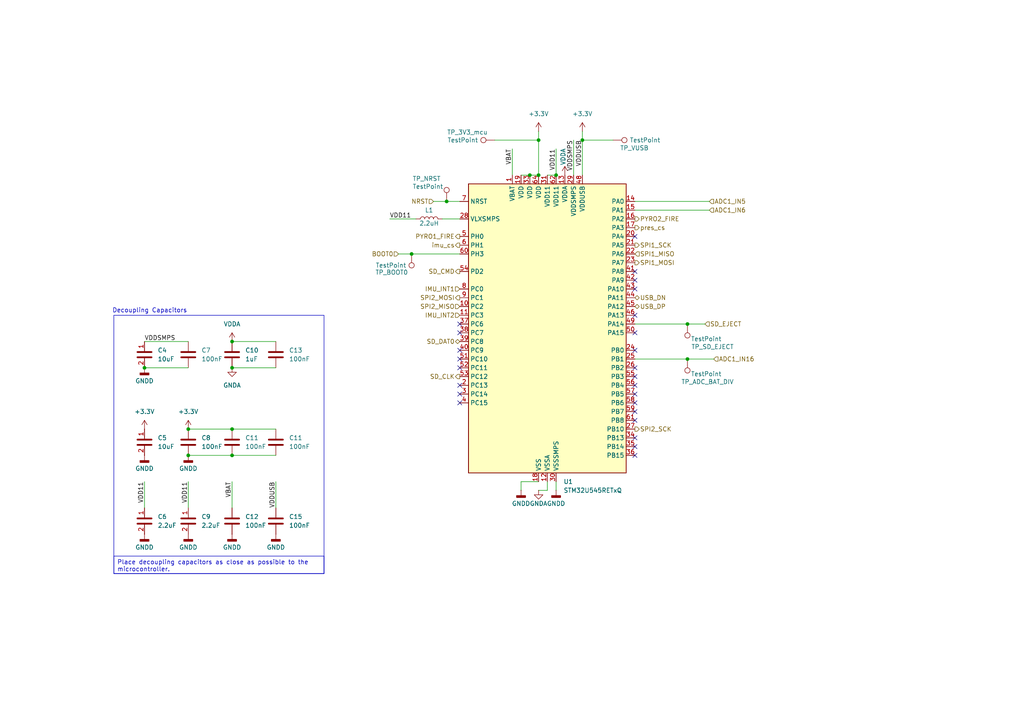
<source format=kicad_sch>
(kicad_sch (version 20250114) (generator "eeschema") (generator_version "9.0")
  (paper "A4")
  (title_block (title "Ride-Along Module") (date "2025-04-10") (rev "1") (company "Rowan Rocketry"))
  (lib_symbols
    (symbol "C_1" (pin_names (offset 0.254))
      (property "Reference" "C" (at 0.635 2.54 0))
      (property "Value" "C" (at 0.635 -2.54 0))
      (symbol "C_1_0_1"
        (polyline (pts (xy -2.032 0.762) (xy 2.032 0.762)) (stroke (width 0.508)))
        (polyline (pts (xy -2.032 -0.762) (xy 2.032 -0.762)) (stroke (width 0.508)))
      )
      (symbol "C_1_1_1"
        (pin passive line (at 0 3.81 270) (length 2.794) (name "~") (number "1"))
        (pin passive line (at 0 -3.81 90) (length 2.794) (name "~") (number "2"))
      )
    )
    (symbol "C_2" (pin_names (offset 0.254))
      (property "Reference" "C" (at 0.635 2.54 0))
      (property "Value" "C" (at 0.635 -2.54 0))
      (symbol "C_2_0_1"
        (polyline (pts (xy -2.032 0.762) (xy 2.032 0.762)) (stroke (width 0.508)))
        (polyline (pts (xy -2.032 -0.762) (xy 2.032 -0.762)) (stroke (width 0.508)))
      )
      (symbol "C_2_1_1"
        (pin passive line (at 0 3.81 270) (length 2.794) (name "~") (number "1"))
        (pin passive line (at 0 -3.81 90) (length 2.794) (name "~") (number "2"))
      )
    )
    (symbol "C_3" (pin_names (offset 0.254))
      (property "Reference" "C" (at 0.635 2.54 0))
      (property "Value" "C" (at 0.635 -2.54 0))
      (symbol "C_3_0_1"
        (polyline (pts (xy -2.032 0.762) (xy 2.032 0.762)) (stroke (width 0.508)))
        (polyline (pts (xy -2.032 -0.762) (xy 2.032 -0.762)) (stroke (width 0.508)))
      )
      (symbol "C_3_1_1"
        (pin passive line (at 0 3.81 270) (length 2.794) (name "~") (number "1"))
        (pin passive line (at 0 -3.81 90) (length 2.794) (name "~") (number "2"))
      )
    )
    (symbol "C_4" (pin_names (offset 0.254))
      (property "Reference" "C" (at 0.635 2.54 0))
      (property "Value" "C" (at 0.635 -2.54 0))
      (symbol "C_4_0_1"
        (polyline (pts (xy -2.032 0.762) (xy 2.032 0.762)) (stroke (width 0.508)))
        (polyline (pts (xy -2.032 -0.762) (xy 2.032 -0.762)) (stroke (width 0.508)))
      )
      (symbol "C_4_1_1"
        (pin passive line (at 0 3.81 270) (length 2.794) (name "~") (number "1"))
        (pin passive line (at 0 -3.81 90) (length 2.794) (name "~") (number "2"))
      )
    )
    (symbol "Connector:TestPoint" (pin_numbers (hide yes)) (pin_names (offset 0.762) (hide yes))
      (property "Reference" "TP" (at 0 6.858 0))
      (property "Value" "TestPoint" (at 0 5.08 0))
      (symbol "TestPoint_0_1"
        (circle (center 0 3.302) (radius 0.762))
      )
      (symbol "TestPoint_1_1"
        (pin passive line (at 0 0 90) (length 2.54) (name "1") (number "1"))
      )
    )
    (symbol "Device:C" (pin_numbers (hide yes)) (pin_names (offset 0.254))
      (property "Reference" "C" (at 0.635 2.54 0))
      (property "Value" "C" (at 0.635 -2.54 0))
      (symbol "C_0_1"
        (polyline (pts (xy -2.032 0.762) (xy 2.032 0.762)) (stroke (width 0.508)))
        (polyline (pts (xy -2.032 -0.762) (xy 2.032 -0.762)) (stroke (width 0.508)))
      )
      (symbol "C_1_1"
        (pin passive line (at 0 3.81 270) (length 2.794) (name "~") (number "1"))
        (pin passive line (at 0 -3.81 90) (length 2.794) (name "~") (number "2"))
      )
    )
    (symbol "Device:L" (pin_numbers (hide yes)) (pin_names (offset 1.016) (hide yes))
      (property "Reference" "L" (at -1.27 0 90))
      (property "Value" "L" (at 1.905 0 90))
      (symbol "L_0_1"
        (arc (start 0 2.54) (mid 0.6323 1.905) (end 0 1.27))
        (arc (start 0 1.27) (mid 0.6323 0.635) (end 0 0))
        (arc (start 0 0) (mid 0.6323 -0.635) (end 0 -1.27))
        (arc (start 0 -1.27) (mid 0.6323 -1.905) (end 0 -2.54))
      )
      (symbol "L_1_1"
        (pin passive line (at 0 3.81 270) (length 1.27) (name "1") (number "1"))
        (pin passive line (at 0 -3.81 90) (length 1.27) (name "2") (number "2"))
      )
    )
    (symbol "MCU_ST_STM32U5:STM32U545RETxQ"
      (property "Reference" "U" (at -22.86 44.45 0))
      (property "Value" "STM32U545RETxQ" (at 12.7 44.45 0))
      (symbol "STM32U545RETxQ_0_1"
        (rectangle (start -22.86 -40.64) (end 22.86 43.18) (stroke (width 0.254)) (fill (type background)))
      )
      (symbol "STM32U545RETxQ_1_1"
        (pin input line (at -25.4 38.1 0) (length 2.54) (name "NRST") (number "7"))
        (pin power_in line (at -25.4 33.02 0) (length 2.54) (name "VLXSMPS") (number "28"))
        (pin bidirectional line (at -25.4 27.94 0) (length 2.54) (name "PH0") (number "5"))
        (pin bidirectional line (at -25.4 25.4 0) (length 2.54) (name "PH1") (number "6"))
        (pin bidirectional line (at -25.4 22.86 0) (length 2.54) (name "PH3") (number "60"))
        (pin bidirectional line (at -25.4 17.78 0) (length 2.54) (name "PD2") (number "54"))
        (pin bidirectional line (at -25.4 12.7 0) (length 2.54) (name "PC0") (number "8"))
        (pin bidirectional line (at -25.4 10.16 0) (length 2.54) (name "PC1") (number "9"))
        (pin bidirectional line (at -25.4 7.62 0) (length 2.54) (name "PC2") (number "10"))
        (pin bidirectional line (at -25.4 5.08 0) (length 2.54) (name "PC3") (number "11"))
        (pin bidirectional line (at -25.4 2.54 0) (length 2.54) (name "PC6") (number "37"))
        (pin bidirectional line (at -25.4 0 0) (length 2.54) (name "PC7") (number "38"))
        (pin bidirectional line (at -25.4 -2.54 0) (length 2.54) (name "PC8") (number "39"))
        (pin bidirectional line (at -25.4 -5.08 0) (length 2.54) (name "PC9") (number "40"))
        (pin bidirectional line (at -25.4 -7.62 0) (length 2.54) (name "PC10") (number "51"))
        (pin bidirectional line (at -25.4 -10.16 0) (length 2.54) (name "PC11") (number "52"))
        (pin bidirectional line (at -25.4 -12.7 0) (length 2.54) (name "PC12") (number "53"))
        (pin bidirectional line (at -25.4 -15.24 0) (length 2.54) (name "PC13") (number "2"))
        (pin bidirectional line (at -25.4 -17.78 0) (length 2.54) (name "PC14") (number "3"))
        (pin bidirectional line (at -25.4 -20.32 0) (length 2.54) (name "PC15") (number "4"))
        (pin power_in line (at -10.16 45.72 270) (length 2.54) (name "VBAT") (number "1"))
        (pin power_in line (at -7.62 45.72 270) (length 2.54) (name "VDD") (number "19"))
        (pin power_in line (at -5.08 45.72 270) (length 2.54) (name "VDD") (number "33"))
        (pin power_in line (at -2.54 45.72 270) (length 2.54) (name "VDD") (number "64"))
        (pin power_in line (at -2.54 -43.18 90) (length 2.54) (name "VSS") (number "18"))
        (pin passive line (at -2.54 -43.18 90) (length 2.54) (hide yes) (name "VSS") (number "32"))
        (pin passive line (at -2.54 -43.18 90) (length 2.54) (hide yes) (name "VSS") (number "47"))
        (pin passive line (at -2.54 -43.18 90) (length 2.54) (hide yes) (name "VSS") (number "63"))
        (pin power_in line (at 0 45.72 270) (length 2.54) (name "VDD11") (number "31"))
        (pin power_in line (at 0 -43.18 90) (length 2.54) (name "VSSA") (number "12"))
        (pin power_in line (at 2.54 45.72 270) (length 2.54) (name "VDD11") (number "62"))
        (pin power_in line (at 2.54 -43.18 90) (length 2.54) (name "VSSSMPS") (number "30"))
        (pin power_in line (at 5.08 45.72 270) (length 2.54) (name "VDDA") (number "13"))
        (pin power_in line (at 7.62 45.72 270) (length 2.54) (name "VDDSMPS") (number "29"))
        (pin power_in line (at 10.16 45.72 270) (length 2.54) (name "VDDUSB") (number "48"))
        (pin bidirectional line (at 25.4 38.1 180) (length 2.54) (name "PA0") (number "14"))
        (pin bidirectional line (at 25.4 35.56 180) (length 2.54) (name "PA1") (number "15"))
        (pin bidirectional line (at 25.4 33.02 180) (length 2.54) (name "PA2") (number "16"))
        (pin bidirectional line (at 25.4 30.48 180) (length 2.54) (name "PA3") (number "17"))
        (pin bidirectional line (at 25.4 27.94 180) (length 2.54) (name "PA4") (number "20"))
        (pin bidirectional line (at 25.4 25.4 180) (length 2.54) (name "PA5") (number "21"))
        (pin bidirectional line (at 25.4 22.86 180) (length 2.54) (name "PA6") (number "22"))
        (pin bidirectional line (at 25.4 20.32 180) (length 2.54) (name "PA7") (number "23"))
        (pin bidirectional line (at 25.4 17.78 180) (length 2.54) (name "PA8") (number "41"))
        (pin bidirectional line (at 25.4 15.24 180) (length 2.54) (name "PA9") (number "42"))
        (pin bidirectional line (at 25.4 12.7 180) (length 2.54) (name "PA10") (number "43"))
        (pin bidirectional line (at 25.4 10.16 180) (length 2.54) (name "PA11") (number "44"))
        (pin bidirectional line (at 25.4 7.62 180) (length 2.54) (name "PA12") (number "45"))
        (pin bidirectional line (at 25.4 5.08 180) (length 2.54) (name "PA13") (number "46"))
        (pin bidirectional line (at 25.4 2.54 180) (length 2.54) (name "PA14") (number "49"))
        (pin bidirectional line (at 25.4 0 180) (length 2.54) (name "PA15") (number "50"))
        (pin bidirectional line (at 25.4 -5.08 180) (length 2.54) (name "PB0") (number "24"))
        (pin bidirectional line (at 25.4 -7.62 180) (length 2.54) (name "PB1") (number "25"))
        (pin bidirectional line (at 25.4 -10.16 180) (length 2.54) (name "PB2") (number "26"))
        (pin bidirectional line (at 25.4 -12.7 180) (length 2.54) (name "PB3") (number "55"))
        (pin bidirectional line (at 25.4 -15.24 180) (length 2.54) (name "PB4") (number "56"))
        (pin bidirectional line (at 25.4 -17.78 180) (length 2.54) (name "PB5") (number "57"))
        (pin bidirectional line (at 25.4 -20.32 180) (length 2.54) (name "PB6") (number "58"))
        (pin bidirectional line (at 25.4 -22.86 180) (length 2.54) (name "PB7") (number "59"))
        (pin bidirectional line (at 25.4 -25.4 180) (length 2.54) (name "PB8") (number "61"))
        (pin bidirectional line (at 25.4 -27.94 180) (length 2.54) (name "PB10") (number "27"))
        (pin bidirectional line (at 25.4 -30.48 180) (length 2.54) (name "PB13") (number "34"))
        (pin bidirectional line (at 25.4 -33.02 180) (length 2.54) (name "PB14") (number "35"))
        (pin bidirectional line (at 25.4 -35.56 180) (length 2.54) (name "PB15") (number "36"))
      )
    )
    (symbol "power:+3.3V" (power) (pin_numbers (hide yes)) (pin_names (offset 0) (hide yes))
      (property "Value" "+3.3V" (at 0 3.556 0))
      (symbol "+3.3V_0_1"
        (polyline (pts (xy -0.762 1.27) (xy 0 2.54)))
        (polyline (pts (xy 0 2.54) (xy 0.762 1.27)))
        (polyline (pts (xy 0 0) (xy 0 2.54)))
      )
      (symbol "+3.3V_1_1"
        (pin power_in line (at 0 0 90) (length 0) (name "~") (number "1"))
      )
    )
    (symbol "power:GNDA" (power) (pin_numbers (hide yes)) (pin_names (offset 0) (hide yes))
      (property "Value" "GNDA" (at 0 -3.81 0))
      (symbol "GNDA_0_1"
        (polyline (pts (xy 0 0) (xy 0 -1.27) (xy 1.27 -1.27) (xy 0 -2.54) (xy -1.27 -1.27) (xy 0 -1.27)))
      )
      (symbol "GNDA_1_1"
        (pin power_in line (at 0 0 270) (length 0) (name "~") (number "1"))
      )
    )
    (symbol "power:GNDD" (power) (pin_numbers (hide yes)) (pin_names (offset 0) (hide yes))
      (property "Value" "GNDD" (at 0 -3.175 0))
      (symbol "GNDD_0_1"
        (rectangle (start -1.27 -1.524) (end 1.27 -2.032) (stroke (width 0.254)) (fill (type outline)))
        (polyline (pts (xy 0 0) (xy 0 -1.524)))
      )
      (symbol "GNDD_1_1"
        (pin power_in line (at 0 0 270) (length 0) (name "~") (number "1"))
      )
    )
    (symbol "power:VDDA" (power) (pin_numbers (hide yes)) (pin_names (offset 0) (hide yes))
      (property "Value" "VDDA" (at 0 3.556 0))
      (symbol "VDDA_0_1"
        (polyline (pts (xy -0.762 1.27) (xy 0 2.54)))
        (polyline (pts (xy 0 2.54) (xy 0.762 1.27)))
        (polyline (pts (xy 0 0) (xy 0 2.54)))
      )
      (symbol "VDDA_1_1"
        (pin power_in line (at 0 0 90) (length 0) (name "~") (number "1"))
      )
    )
  )
  (rectangle (start 33.02 91.44) (end 93.98 166.37))
  (text "Decoupling Capacitors" (at 43.434 90.17 0) (effects (font (size 1.27 1.27))))
  (text_box "Place decoupling capacitors as close as possible to the microcontroller." (at 33.02 161.29 0) (size 60.96 5.08) (margins 0.9525 0.9525 0.9525 0.9525) (effects (font (size 1.27 1.27)) (justify left top)))
  (junction (at 199.39 104.14))
  (junction (at 156.21 50.8))
  (junction (at 67.31 106.68))
  (junction (at 161.29 50.8))
  (junction (at 54.61 132.08))
  (junction (at 41.91 106.68))
  (junction (at 54.61 124.46))
  (junction (at 67.31 132.08))
  (junction (at 156.21 40.64))
  (junction (at 199.39 93.98))
  (junction (at 119.38 73.66))
  (junction (at 129.54 58.42))
  (junction (at 168.91 40.64))
  (junction (at 67.31 124.46))
  (junction (at 153.67 50.8))
  (junction (at 67.31 99.06))
  (no_connect (at 184.15 127))
  (no_connect (at 133.35 101.6))
  (no_connect (at 184.15 106.68))
  (no_connect (at 184.15 111.76))
  (no_connect (at 184.15 96.52))
  (no_connect (at 184.15 83.82))
  (no_connect (at 133.35 106.68))
  (no_connect (at 184.15 132.08))
  (no_connect (at 133.35 111.76))
  (no_connect (at 184.15 91.44))
  (no_connect (at 184.15 116.84))
  (no_connect (at 184.15 129.54))
  (no_connect (at 184.15 68.58))
  (no_connect (at 184.15 121.92))
  (no_connect (at 184.15 101.6))
  (no_connect (at 133.35 116.84))
  (no_connect (at 133.35 114.3))
  (no_connect (at 184.15 81.28))
  (no_connect (at 184.15 114.3))
  (no_connect (at 184.15 119.38))
  (no_connect (at 133.35 96.52))
  (no_connect (at 184.15 109.22))
  (no_connect (at 133.35 104.14))
  (no_connect (at 133.35 93.98))
  (no_connect (at 184.15 78.74))
  (wire (pts (xy 41.91 139.7) (xy 41.91 147.32)))
  (wire (pts (xy 54.61 132.08) (xy 67.31 132.08)))
  (wire (pts (xy 168.91 40.64) (xy 177.8 40.64)))
  (wire (pts (xy 115.57 73.66) (xy 119.38 73.66)))
  (wire (pts (xy 41.91 106.68) (xy 54.61 106.68)))
  (wire (pts (xy 54.61 124.46) (xy 67.31 124.46)))
  (wire (pts (xy 204.47 93.98) (xy 199.39 93.98)))
  (wire (pts (xy 41.91 99.06) (xy 54.61 99.06)))
  (wire (pts (xy 113.03 63.5) (xy 120.65 63.5)))
  (wire (pts (xy 153.67 50.8) (xy 156.21 50.8)))
  (wire (pts (xy 199.39 93.98) (xy 184.15 93.98)))
  (wire (pts (xy 119.38 73.66) (xy 133.35 73.66)))
  (wire (pts (xy 166.37 40.64) (xy 166.37 50.8)))
  (wire (pts (xy 80.01 139.7) (xy 80.01 147.32)))
  (wire (pts (xy 161.29 43.18) (xy 161.29 50.8)))
  (wire (pts (xy 67.31 124.46) (xy 80.01 124.46)))
  (wire (pts (xy 156.21 142.24) (xy 158.75 142.24)))
  (wire (pts (xy 151.13 139.7) (xy 156.21 139.7)))
  (wire (pts (xy 168.91 40.64) (xy 168.91 50.8)))
  (wire (pts (xy 158.75 50.8) (xy 161.29 50.8)))
  (wire (pts (xy 207.01 104.14) (xy 199.39 104.14)))
  (wire (pts (xy 128.27 63.5) (xy 133.35 63.5)))
  (wire (pts (xy 151.13 139.7) (xy 151.13 142.24)))
  (wire (pts (xy 67.31 106.68) (xy 80.01 106.68)))
  (wire (pts (xy 199.39 104.14) (xy 184.15 104.14)))
  (wire (pts (xy 161.29 139.7) (xy 161.29 142.24)))
  (wire (pts (xy 151.13 50.8) (xy 153.67 50.8)))
  (wire (pts (xy 67.31 99.06) (xy 80.01 99.06)))
  (wire (pts (xy 168.91 38.1) (xy 168.91 40.64)))
  (wire (pts (xy 205.74 58.42) (xy 184.15 58.42)))
  (wire (pts (xy 156.21 40.64) (xy 156.21 50.8)))
  (wire (pts (xy 67.31 132.08) (xy 80.01 132.08)))
  (wire (pts (xy 158.75 142.24) (xy 158.75 139.7)))
  (wire (pts (xy 205.74 60.96) (xy 184.15 60.96)))
  (wire (pts (xy 125.73 58.42) (xy 129.54 58.42)))
  (wire (pts (xy 143.51 40.64) (xy 156.21 40.64)))
  (wire (pts (xy 148.59 43.18) (xy 148.59 50.8)))
  (wire (pts (xy 129.54 58.42) (xy 133.35 58.42)))
  (wire (pts (xy 67.31 139.7) (xy 67.31 147.32)))
  (wire (pts (xy 156.21 38.1) (xy 156.21 40.64)))
  (wire (pts (xy 54.61 139.7) (xy 54.61 147.32)))
  (label "VDD11" (at 113.03 63.5 0))
  (label "VDDUSB" (at 80.01 139.7 270))
  (label "VDDSMPS" (at 166.37 40.64 270))
  (label "VDD11" (at 54.61 139.7 270))
  (label "VDDUSB" (at 168.91 40.64 270))
  (label "VDDSMPS" (at 41.91 99.06 0))
  (label "VBAT" (at 67.31 139.7 270))
  (label "VDD11" (at 41.91 139.7 270))
  (label "VBAT" (at 148.59 43.18 270))
  (label "VDD11" (at 161.29 43.18 270))
  (hierarchical_label "IMU_INT2" (shape input) (at 133.35 91.44 180))
  (hierarchical_label "NRST" (shape input) (at 125.73 58.42 180))
  (hierarchical_label "USB_DP" (shape bidirectional) (at 184.15 88.9 0))
  (hierarchical_label "ADC1_IN16" (shape input) (at 207.01 104.14 0))
  (hierarchical_label "SPI1_SCK" (shape output) (at 184.15 71.12 0))
  (hierarchical_label "IMU_INT1" (shape input) (at 133.35 83.82 180))
  (hierarchical_label "SPI1_MOSI" (shape output) (at 184.15 76.2 0))
  (hierarchical_label "SD_CMD" (shape output) (at 133.35 78.74 180))
  (hierarchical_label "ADC1_IN5" (shape input) (at 205.74 58.42 0))
  (hierarchical_label "SPI2_SCK" (shape output) (at 184.15 124.46 0))
  (hierarchical_label "pres_cs" (shape output) (at 184.15 66.04 0))
  (hierarchical_label "imu_cs" (shape output) (at 133.35 71.12 180))
  (hierarchical_label "USB_DN" (shape bidirectional) (at 184.15 86.36 0))
  (hierarchical_label "ADC1_IN6" (shape input) (at 205.74 60.96 0))
  (hierarchical_label "SD_CLK" (shape output) (at 133.35 109.22 180))
  (hierarchical_label "PYRO1_FIRE" (shape output) (at 133.35 68.58 180))
  (hierarchical_label "PYRO2_FIRE" (shape output) (at 184.15 63.5 0))
  (hierarchical_label "SD_DAT0" (shape bidirectional) (at 133.35 99.06 180))
  (hierarchical_label "SPI1_MISO" (shape input) (at 184.15 73.66 0))
  (hierarchical_label "SPI2_MISO" (shape input) (at 133.35 88.9 180))
  (hierarchical_label "SD_EJECT" (shape input) (at 204.47 93.98 0))
  (hierarchical_label "SPI2_MOSI" (shape output) (at 133.35 86.36 180))
  (hierarchical_label "BOOT0" (shape input) (at 115.57 73.66 180))
  (symbol (lib_id "Connector:TestPoint") (at 129.54 58.42 0) (unit 1)
    (property "Reference" "TP_NRST" (at 119.634 51.816 0) (effects (justify left)))
    (property "Value" "TestPoint" (at 119.634 54.102 0) (effects (justify left)))
    (property "Footprint" "TestPoint:TestPoint_Loop_D2.54mm_Drill1.5mm_Beaded" (effects (hide yes)))
    (property "Datasheet" "https://www.keyelco.com/userAssets/file/M65p56.pdf" (effects (hide yes)))
    (property "Description" "test point" (effects (hide yes)))
    (property "Purchase" "https://www.digikey.com/en/products/detail/keystone-electronics/5000/255326" (effects (hide yes)))
  )
  (symbol (lib_id "Connector:TestPoint") (at 199.39 93.98 180) (unit 1)
    (property "Reference" "TP_SD_EJECT" (at 212.852 100.584 0) (effects (justify left)))
    (property "Value" "TestPoint" (at 209.296 98.298 0) (effects (justify left)))
    (property "Footprint" "TestPoint:TestPoint_Loop_D2.54mm_Drill1.5mm_Beaded" (effects (hide yes)))
    (property "Datasheet" "https://www.keyelco.com/userAssets/file/M65p56.pdf" (effects (hide yes)))
    (property "Description" "test point" (effects (hide yes)))
    (property "Purchase" "https://www.digikey.com/en/products/detail/keystone-electronics/5000/255326" (effects (hide yes)))
  )
  (symbol (lib_id "Connector:TestPoint") (at 199.39 104.14 180) (unit 1)
    (property "Reference" "TP_ADC_BAT_DIV" (at 212.852 110.744 0) (effects (justify left)))
    (property "Value" "TestPoint" (at 209.296 108.458 0) (effects (justify left)))
    (property "Footprint" "TestPoint:TestPoint_Loop_D2.54mm_Drill1.5mm_Beaded" (effects (hide yes)))
    (property "Datasheet" "https://www.keyelco.com/userAssets/file/M65p56.pdf" (effects (hide yes)))
    (property "Description" "test point" (effects (hide yes)))
    (property "Purchase" "https://www.digikey.com/en/products/detail/keystone-electronics/5000/255326" (effects (hide yes)))
  )
  (symbol (lib_id "MCU_ST_STM32U5:STM32U545RETxQ") (at 158.75 96.52 0) (unit 1)
    (property "Reference" "U1" (at 163.4333 139.7 0) (effects (justify left)))
    (property "Value" "STM32U545RETxQ" (at 163.4333 142.24 0) (effects (justify left)))
    (property "Footprint" "Package_QFP:LQFP-64_10x10mm_P0.5mm" (effects (hide yes)))
    (property "Datasheet" "https://www.st.com/resource/en/datasheet/stm32u545re.pdf" (effects (hide yes)))
    (property "Description" "STMicroelectronics Arm Cortex-M33 MCU, 512KB flash, 274KB RAM, 47 GPIO, LQFP64" (effects (hide yes)))
    (property "Purchase" "https://www.digikey.com/en/products/detail/stmicroelectronics/STM32U545RET6Q/20412792?s=N4IgjCBcoLQExVAYygFwE4FcCmAaEA9lANogCcI%2BArCALoC%2B9%2BCkpAzqgLYDMcmVAFirpsdekA" (effects (hide yes)))
  )
  (symbol (lib_id "power:GNDD") (at 151.13 142.24 0) (unit 1)
    (property "Reference" "#PWR09" (effects (hide yes)))
    (property "Value" "GNDD" (at 151.13 146.05 0))
    (property "Description" "Power symbol creates a global label with name \"GNDD\" , digital ground" (effects (hide yes)))
  )
  (symbol (lib_id "power:GNDA") (at 156.21 142.24 0) (unit 1)
    (property "Reference" "#PWR010" (effects (hide yes)))
    (property "Value" "GNDA" (at 156.21 146.05 0))
    (property "Description" "Power symbol creates a global label with name \"GNDA\" , analog ground" (effects (hide yes)))
  )
  (symbol (lib_id "Device:C") (at 67.31 128.27 0) (unit 1)
    (property "Reference" "C11" (at 71.12 126.9999 0) (effects (justify left)))
    (property "Value" "100nF" (at 71.12 129.5399 0) (effects (justify left)))
    (property "Footprint" "Capacitor_SMD:C_0603_1608Metric_Pad1.08x0.95mm_HandSolder" (effects (hide yes)))
    (property "Description" "Unpolarized capacitor" (effects (hide yes)))
  )
  (symbol (lib_id "Device:L") (at 124.46 63.5 90) (unit 1)
    (property "Reference" "L1" (at 124.46 60.96 90))
    (property "Value" "2.2uH" (at 124.46 64.77 90))
    (property "Footprint" "Inductor_SMD:L_0603_1608Metric_Pad1.05x0.95mm_HandSolder" (effects (hide yes)))
    (property "Description" "Inductor" (effects (hide yes)))
  )
  (symbol (lib_name "C_3") (lib_id "Device:C") (at 54.61 151.13 0) (unit 1)
    (property "Reference" "C9" (at 58.42 149.8599 0) (effects (justify left)))
    (property "Value" "2.2uF" (at 58.42 152.3999 0) (effects (justify left)))
    (property "Footprint" "Capacitor_SMD:C_0603_1608Metric_Pad1.08x0.95mm_HandSolder" (effects (hide yes)))
    (property "Description" "Unpolarized capacitor" (effects (hide yes)))
  )
  (symbol (lib_id "power:GNDD") (at 54.61 132.08 0) (unit 1)
    (property "Reference" "#PWR04" (effects (hide yes)))
    (property "Value" "GNDD" (at 54.61 135.89 0))
    (property "Description" "Power symbol creates a global label with name \"GNDD\" , digital ground" (effects (hide yes)))
  )
  (symbol (lib_id "power:GNDD") (at 161.29 142.24 0) (unit 1)
    (property "Reference" "#PWR014" (effects (hide yes)))
    (property "Value" "GNDD" (at 161.29 146.05 0))
    (property "Description" "Power symbol creates a global label with name \"GNDD\" , digital ground" (effects (hide yes)))
  )
  (symbol (lib_id "Connector:TestPoint") (at 119.38 73.66 180) (unit 1)
    (property "Reference" "TP_BOOT0" (at 118.364 78.994 0) (effects (justify left)))
    (property "Value" "TestPoint" (at 117.856 76.962 0) (effects (justify left)))
    (property "Footprint" "TestPoint:TestPoint_Loop_D2.54mm_Drill1.5mm_Beaded" (effects (hide yes)))
    (property "Datasheet" "https://www.keyelco.com/userAssets/file/M65p56.pdf" (effects (hide yes)))
    (property "Description" "test point" (effects (hide yes)))
    (property "Purchase" "https://www.digikey.com/en/products/detail/keystone-electronics/5000/255326" (effects (hide yes)))
  )
  (symbol (lib_id "power:GNDD") (at 41.91 154.94 0) (unit 1)
    (property "Reference" "#PWR03" (effects (hide yes)))
    (property "Value" "GNDD" (at 41.91 158.75 0))
    (property "Description" "Power symbol creates a global label with name \"GNDD\" , digital ground" (effects (hide yes)))
  )
  (symbol (lib_id "Connector:TestPoint") (at 143.51 40.64 90) (unit 1)
    (property "Reference" "TP_3V3_mcu" (at 141.478 38.354 90) (effects (justify left)))
    (property "Value" "TestPoint" (at 138.684 40.64 90) (effects (justify left)))
    (property "Footprint" "TestPoint:TestPoint_Loop_D2.54mm_Drill1.5mm_Beaded" (effects (hide yes)))
    (property "Datasheet" "https://www.keyelco.com/userAssets/file/M65p56.pdf" (effects (hide yes)))
    (property "Description" "test point" (effects (hide yes)))
    (property "Purchase" "https://www.digikey.com/en/products/detail/keystone-electronics/5000/255326" (effects (hide yes)))
  )
  (symbol (lib_id "power:GNDD") (at 41.91 106.68 0) (unit 1)
    (property "Reference" "#PWR01" (effects (hide yes)))
    (property "Value" "GNDD" (at 41.91 110.49 0))
    (property "Description" "Power symbol creates a global label with name \"GNDD\" , digital ground" (effects (hide yes)))
  )
  (symbol (lib_name "C_1") (lib_id "Device:C") (at 41.91 128.27 0) (unit 1)
    (property "Reference" "C5" (at 45.72 126.9999 0) (effects (justify left)))
    (property "Value" "10uF" (at 45.72 129.5399 0) (effects (justify left)))
    (property "Footprint" "Capacitor_SMD:C_0603_1608Metric_Pad1.08x0.95mm_HandSolder" (effects (hide yes)))
    (property "Description" "Unpolarized capacitor" (effects (hide yes)))
  )
  (symbol (lib_id "power:GNDA") (at 67.31 106.68 0) (unit 1)
    (property "Reference" "#PWR06" (effects (hide yes)))
    (property "Value" "GNDA" (at 67.31 111.76 0))
    (property "Description" "Power symbol creates a global label with name \"GNDA\" , analog ground" (effects (hide yes)))
  )
  (symbol (lib_id "power:GNDD") (at 54.61 154.94 0) (unit 1)
    (property "Reference" "#PWR05" (effects (hide yes)))
    (property "Value" "GNDD" (at 54.61 158.75 0))
    (property "Description" "Power symbol creates a global label with name \"GNDD\" , digital ground" (effects (hide yes)))
  )
  (symbol (lib_id "power:+3.3V") (at 168.91 38.1 0) (unit 1)
    (property "Reference" "#PWR056" (effects (hide yes)))
    (property "Value" "+3.3V" (at 168.91 33.02 0))
    (property "Description" "Power symbol creates a global label with name \"+3.3V\"" (effects (hide yes)))
  )
  (symbol (lib_name "C_2") (lib_id "Device:C") (at 41.91 151.13 0) (unit 1)
    (property "Reference" "C6" (at 45.72 149.8599 0) (effects (justify left)))
    (property "Value" "2.2uF" (at 45.72 152.3999 0) (effects (justify left)))
    (property "Footprint" "Capacitor_SMD:C_0603_1608Metric_Pad1.08x0.95mm_HandSolder" (effects (hide yes)))
    (property "Description" "Unpolarized capacitor" (effects (hide yes)))
  )
  (symbol (lib_id "Device:C") (at 67.31 102.87 0) (unit 1)
    (property "Reference" "C10" (at 71.12 101.5999 0) (effects (justify left)))
    (property "Value" "1uF" (at 71.12 104.1399 0) (effects (justify left)))
    (property "Footprint" "Capacitor_SMD:C_0603_1608Metric_Pad1.08x0.95mm_HandSolder" (effects (hide yes)))
    (property "Description" "Unpolarized capacitor" (effects (hide yes)))
  )
  (symbol (lib_id "power:+3.3V") (at 41.91 124.46 0) (unit 1)
    (property "Reference" "#PWR070" (effects (hide yes)))
    (property "Value" "+3.3V" (at 41.91 119.38 0))
    (property "Description" "Power symbol creates a global label with name \"+3.3V\"" (effects (hide yes)))
  )
  (symbol (lib_id "power:VDDA") (at 163.83 50.8 0) (unit 1)
    (property "Reference" "#PWR074" (effects (hide yes)))
    (property "Value" "VDDA" (at 163.322 45.466 90))
    (property "Description" "Power symbol creates a global label with name \"VDDA\"" (effects (hide yes)))
  )
  (symbol (lib_id "power:GNDD") (at 41.91 132.08 0) (unit 1)
    (property "Reference" "#PWR02" (effects (hide yes)))
    (property "Value" "GNDD" (at 41.91 135.89 0))
    (property "Description" "Power symbol creates a global label with name \"GNDD\" , digital ground" (effects (hide yes)))
  )
  (symbol (lib_id "Device:C") (at 54.61 102.87 0) (unit 1)
    (property "Reference" "C7" (at 58.42 101.5999 0) (effects (justify left)))
    (property "Value" "100nF" (at 58.42 104.1399 0) (effects (justify left)))
    (property "Footprint" "Capacitor_SMD:C_0603_1608Metric_Pad1.08x0.95mm_HandSolder" (effects (hide yes)))
    (property "Description" "Unpolarized capacitor" (effects (hide yes)))
  )
  (symbol (lib_id "Device:C") (at 54.61 128.27 0) (unit 1)
    (property "Reference" "C8" (at 58.42 126.9999 0) (effects (justify left)))
    (property "Value" "100nF" (at 58.42 129.5399 0) (effects (justify left)))
    (property "Footprint" "Capacitor_SMD:C_0603_1608Metric_Pad1.08x0.95mm_HandSolder" (effects (hide yes)))
    (property "Description" "Unpolarized capacitor" (effects (hide yes)))
  )
  (symbol (lib_id "power:GNDD") (at 80.01 154.94 0) (unit 1)
    (property "Reference" "#PWR08" (effects (hide yes)))
    (property "Value" "GNDD" (at 80.01 158.75 0))
    (property "Description" "Power symbol creates a global label with name \"GNDD\" , digital ground" (effects (hide yes)))
  )
  (symbol (lib_id "Device:C") (at 80.01 151.13 0) (unit 1)
    (property "Reference" "C15" (at 83.82 149.8599 0) (effects (justify left)))
    (property "Value" "100nF" (at 83.82 152.3999 0) (effects (justify left)))
    (property "Footprint" "Capacitor_SMD:C_0603_1608Metric_Pad1.08x0.95mm_HandSolder" (effects (hide yes)))
    (property "Description" "Unpolarized capacitor" (effects (hide yes)))
  )
  (symbol (lib_name "C_4") (lib_id "Device:C") (at 41.91 102.87 0) (unit 1)
    (property "Reference" "C4" (at 45.72 101.5999 0) (effects (justify left)))
    (property "Value" "10uF" (at 45.72 104.1399 0) (effects (justify left)))
    (property "Footprint" "Capacitor_SMD:C_0603_1608Metric_Pad1.08x0.95mm_HandSolder" (effects (hide yes)))
    (property "Description" "Unpolarized capacitor" (effects (hide yes)))
  )
  (symbol (lib_id "Connector:TestPoint") (at 177.8 40.64 270) (unit 1)
    (property "Reference" "TP_VUSB" (at 179.832 42.926 90) (effects (justify left)))
    (property "Value" "TestPoint" (at 182.626 40.64 90) (effects (justify left)))
    (property "Footprint" "TestPoint:TestPoint_Loop_D2.54mm_Drill1.5mm_Beaded" (effects (hide yes)))
    (property "Datasheet" "https://www.keyelco.com/userAssets/file/M65p56.pdf" (effects (hide yes)))
    (property "Description" "test point" (effects (hide yes)))
    (property "Purchase" "https://www.digikey.com/en/products/detail/keystone-electronics/5000/255326" (effects (hide yes)))
  )
  (symbol (lib_id "Device:C") (at 67.31 151.13 0) (unit 1)
    (property "Reference" "C12" (at 71.12 149.8599 0) (effects (justify left)))
    (property "Value" "100nF" (at 71.12 152.3999 0) (effects (justify left)))
    (property "Footprint" "Capacitor_SMD:C_0603_1608Metric_Pad1.08x0.95mm_HandSolder" (effects (hide yes)))
    (property "Description" "Unpolarized capacitor" (effects (hide yes)))
  )
  (symbol (lib_id "Device:C") (at 80.01 102.87 0) (unit 1)
    (property "Reference" "C13" (at 83.82 101.5999 0) (effects (justify left)))
    (property "Value" "100nF" (at 83.82 104.1399 0) (effects (justify left)))
    (property "Footprint" "Capacitor_SMD:C_0603_1608Metric_Pad1.08x0.95mm_HandSolder" (effects (hide yes)))
    (property "Description" "Unpolarized capacitor" (effects (hide yes)))
  )
  (symbol (lib_id "power:GNDD") (at 67.31 154.94 0) (unit 1)
    (property "Reference" "#PWR07" (effects (hide yes)))
    (property "Value" "GNDD" (at 67.31 158.75 0))
    (property "Description" "Power symbol creates a global label with name \"GNDD\" , digital ground" (effects (hide yes)))
  )
  (symbol (lib_id "Device:C") (at 80.01 128.27 0) (unit 1)
    (property "Reference" "C11" (at 83.82 126.9999 0) (effects (justify left)))
    (property "Value" "100nF" (at 83.82 129.5399 0) (effects (justify left)))
    (property "Footprint" "Capacitor_SMD:C_0603_1608Metric_Pad1.08x0.95mm_HandSolder" (effects (hide yes)))
    (property "Description" "Unpolarized capacitor" (effects (hide yes)))
  )
  (symbol (lib_id "power:+3.3V") (at 54.61 124.46 0) (unit 1)
    (property "Reference" "#PWR071" (effects (hide yes)))
    (property "Value" "+3.3V" (at 54.61 119.38 0))
    (property "Description" "Power symbol creates a global label with name \"+3.3V\"" (effects (hide yes)))
  )
  (symbol (lib_id "power:+3.3V") (at 156.21 38.1 0) (unit 1)
    (property "Reference" "#PWR013" (effects (hide yes)))
    (property "Value" "+3.3V" (at 156.21 33.02 0))
    (property "Description" "Power symbol creates a global label with name \"+3.3V\"" (effects (hide yes)))
  )
  (symbol (lib_id "power:VDDA") (at 67.31 99.06 0) (unit 1)
    (property "Reference" "#PWR073" (effects (hide yes)))
    (property "Value" "VDDA" (at 67.31 93.98 0))
    (property "Description" "Power symbol creates a global label with name \"VDDA\"" (effects (hide yes)))
  )
)
</source>
